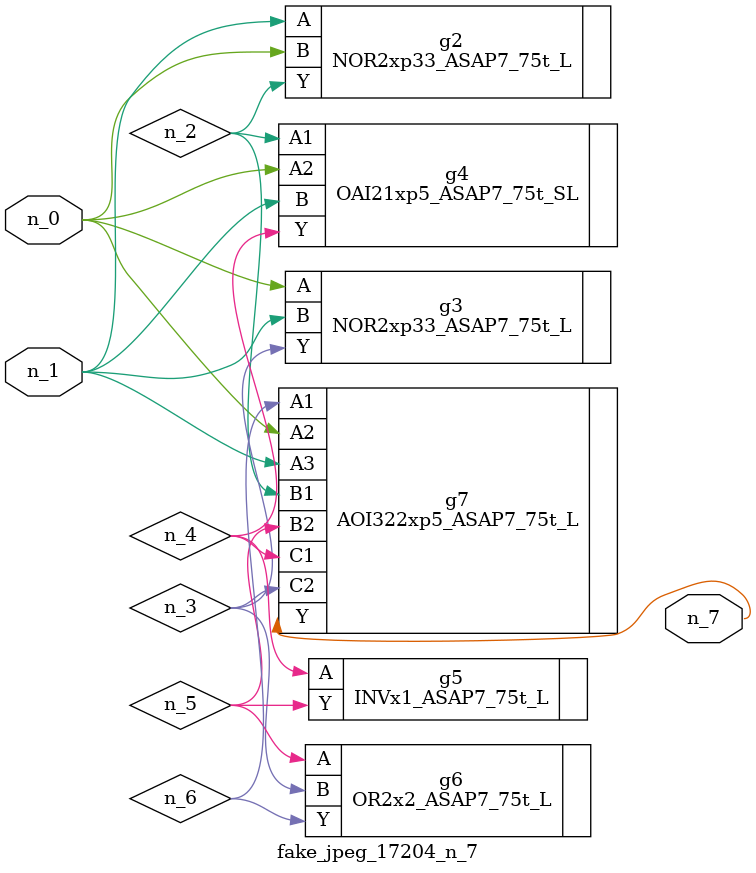
<source format=v>
module fake_jpeg_17204_n_7 (n_0, n_1, n_7);

input n_0;
input n_1;

output n_7;

wire n_2;
wire n_3;
wire n_4;
wire n_6;
wire n_5;

NOR2xp33_ASAP7_75t_L g2 ( 
.A(n_1),
.B(n_0),
.Y(n_2)
);

NOR2xp33_ASAP7_75t_L g3 ( 
.A(n_0),
.B(n_1),
.Y(n_3)
);

OAI21xp5_ASAP7_75t_SL g4 ( 
.A1(n_2),
.A2(n_0),
.B(n_1),
.Y(n_4)
);

INVx1_ASAP7_75t_L g5 ( 
.A(n_4),
.Y(n_5)
);

OR2x2_ASAP7_75t_L g6 ( 
.A(n_5),
.B(n_3),
.Y(n_6)
);

AOI322xp5_ASAP7_75t_L g7 ( 
.A1(n_6),
.A2(n_0),
.A3(n_1),
.B1(n_2),
.B2(n_5),
.C1(n_4),
.C2(n_3),
.Y(n_7)
);


endmodule
</source>
